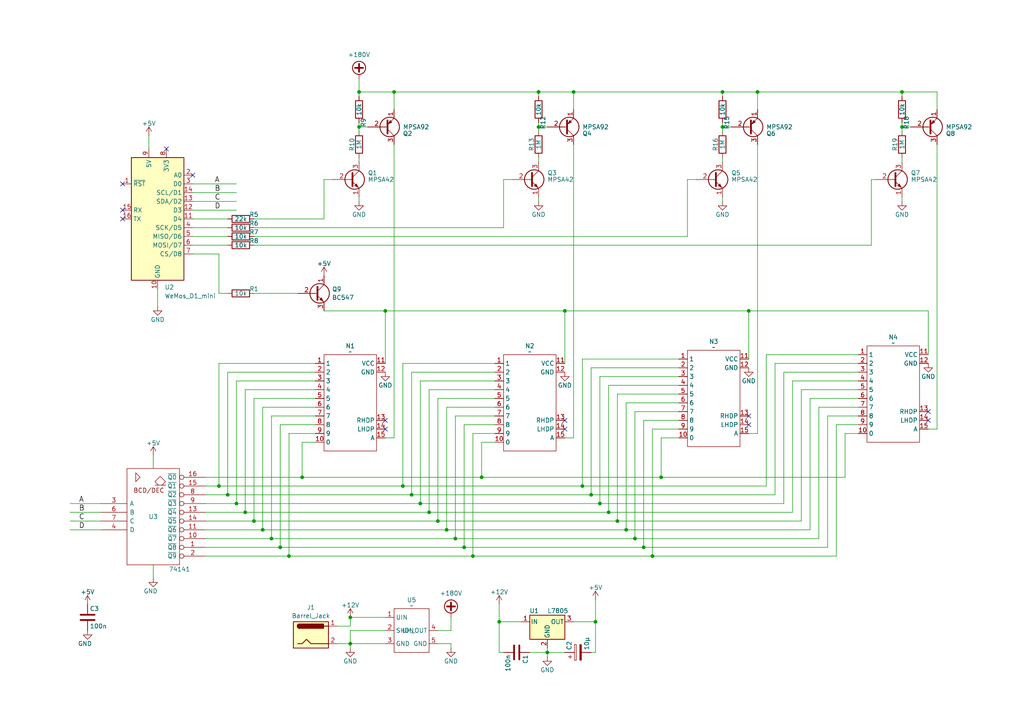
<source format=kicad_sch>
(kicad_sch (version 20231120) (generator "eeschema") (generator_version "8.0")
  (paper "A4")
  (lib_symbols
    (symbol "Connector:Barrel_Jack" (pin_names (offset 1.016))
      (property "Reference" "J" (at 0 5.334 0))
      (property "Value" "Barrel_Jack" (at 0 -5.08 0))
      (symbol "Barrel_Jack_0_1"
        (rectangle (start -5.08 3.81) (end 5.08 -3.81) (stroke (width 0.254)) (fill (type background)))
        (arc (start -3.302 3.175) (mid -3.9343 2.54) (end -3.302 1.905) (stroke (width 0.254)))
        (arc (start -3.302 3.175) (mid -3.9343 2.54) (end -3.302 1.905) (stroke (width 0.254)) (fill (type outline)))
        (polyline (pts (xy 5.08 2.54) (xy 3.81 2.54)) (stroke (width 0.254)))
        (polyline (pts (xy -3.81 -2.54) (xy -2.54 -2.54) (xy -1.27 -1.27) (xy 0 -2.54) (xy 2.54 -2.54) (xy 5.08 -2.54)) (stroke (width 0.254)))
        (rectangle (start 3.683 3.175) (end -3.302 1.905) (stroke (width 0.254)) (fill (type outline)))
      )
      (symbol "Barrel_Jack_1_1"
        (pin passive line (at 7.62 2.54 180) (length 2.54) (name "~") (number "1"))
        (pin passive line (at 7.62 -2.54 180) (length 2.54) (name "~") (number "2"))
      )
    )
    (symbol "MCU_Module:WeMos_D1_mini"
      (property "Reference" "U" (at 3.81 19.05 0))
      (property "Value" "WeMos_D1_mini" (at 1.27 -19.05 0))
      (symbol "WeMos_D1_mini_1_1"
        (rectangle (start -7.62 17.78) (end 7.62 -17.78) (stroke (width 0.254)) (fill (type background)))
        (pin input line (at -10.16 10.16 0) (length 2.54) (name "~{RST}") (number "1"))
        (pin power_in line (at 0 -20.32 90) (length 2.54) (name "GND") (number "10"))
        (pin bidirectional line (at 10.16 0 180) (length 2.54) (name "D4") (number "11"))
        (pin bidirectional line (at 10.16 2.54 180) (length 2.54) (name "D3") (number "12"))
        (pin bidirectional line (at 10.16 5.08 180) (length 2.54) (name "SDA/D2") (number "13"))
        (pin bidirectional line (at 10.16 7.62 180) (length 2.54) (name "SCL/D1") (number "14"))
        (pin input line (at -10.16 2.54 0) (length 2.54) (name "RX") (number "15"))
        (pin output line (at -10.16 0 0) (length 2.54) (name "TX") (number "16"))
        (pin input line (at 10.16 12.7 180) (length 2.54) (name "A0") (number "2"))
        (pin bidirectional line (at 10.16 10.16 180) (length 2.54) (name "D0") (number "3"))
        (pin bidirectional line (at 10.16 -2.54 180) (length 2.54) (name "SCK/D5") (number "4"))
        (pin bidirectional line (at 10.16 -5.08 180) (length 2.54) (name "MISO/D6") (number "5"))
        (pin bidirectional line (at 10.16 -7.62 180) (length 2.54) (name "MOSI/D7") (number "6"))
        (pin bidirectional line (at 10.16 -10.16 180) (length 2.54) (name "CS/D8") (number "7"))
        (pin power_out line (at 2.54 20.32 270) (length 2.54) (name "3V3") (number "8"))
        (pin power_in line (at -2.54 20.32 270) (length 2.54) (name "5V") (number "9"))
      )
    )
    (symbol "Transistor_BJT:BC547" (pin_names (offset 0) hide)
      (property "Reference" "Q" (at 5.08 1.905 0))
      (property "Value" "BC547" (at 5.08 0 0))
      (symbol "BC547_0_1"
        (polyline (pts (xy 0 0) (xy 0.635 0)))
        (polyline (pts (xy 0.635 0.635) (xy 2.54 2.54)))
        (polyline (pts (xy 0.635 -0.635) (xy 2.54 -2.54) (xy 2.54 -2.54)))
        (polyline (pts (xy 0.635 1.905) (xy 0.635 -1.905) (xy 0.635 -1.905)) (stroke (width 0.508)))
        (polyline (pts (xy 1.27 -1.778) (xy 1.778 -1.27) (xy 2.286 -2.286) (xy 1.27 -1.778) (xy 1.27 -1.778)) (fill (type outline)))
        (circle (center 1.27 0) (radius 2.8194) (stroke (width 0.254)))
      )
      (symbol "BC547_1_1"
        (pin passive line (at 2.54 5.08 270) (length 2.54) (name "C") (number "1"))
        (pin input line (at -5.08 0 0) (length 5.08) (name "B") (number "2"))
        (pin passive line (at 2.54 -5.08 90) (length 2.54) (name "E") (number "3"))
      )
    )
    (symbol "nixie_adapter:IN14_Socket"
      (property "Reference" "U" (at 0 1.27 0))
      (symbol "IN14_Socket_0_1"
        (rectangle (start -7.62 15.24) (end 7.62 -12.7))
      )
      (symbol "IN14_Socket_1_1"
        (pin input line (at -10.16 12.7 0) (length 2.54) (name "1") (number "1"))
        (pin input line (at -10.16 -10.16 0) (length 2.54) (name "0") (number "10"))
        (pin power_in line (at 10.16 12.7 180) (length 2.54) (name "VCC") (number "11"))
        (pin power_in line (at 10.16 10.16 180) (length 2.54) (name "GND") (number "12"))
        (pin input line (at 10.16 -3.81 180) (length 2.54) (name "RHDP") (number "13"))
        (pin input line (at 10.16 -6.35 180) (length 2.54) (name "LHDP") (number "14"))
        (pin input line (at 10.16 -8.89 180) (length 2.54) (name "A") (number "15"))
        (pin input line (at -10.16 10.16 0) (length 2.54) (name "2") (number "2"))
        (pin input line (at -10.16 7.62 0) (length 2.54) (name "3") (number "3"))
        (pin input line (at -10.16 5.08 0) (length 2.54) (name "4") (number "4"))
        (pin input line (at -10.16 2.54 0) (length 2.54) (name "5") (number "5"))
        (pin input line (at -10.16 0 0) (length 2.54) (name "6") (number "6"))
        (pin input line (at -10.16 -2.54 0) (length 2.54) (name "7") (number "7"))
        (pin input line (at -10.16 -5.08 0) (length 2.54) (name "8") (number "8"))
        (pin input line (at -10.16 -7.62 0) (length 2.54) (name "9") (number "9"))
      )
    )
    (symbol "nixieclock-rescue:+12V-nixieclock-rescue" (power) (pin_names (offset 0))
      (property "Value" "+12V-nixieclock-rescue" (at 0 3.556 0))
      (symbol "+12V-nixieclock-rescue_0_1"
        (polyline (pts (xy -0.762 1.27) (xy 0 2.54)))
        (polyline (pts (xy 0 0) (xy 0 2.54)))
        (polyline (pts (xy 0 2.54) (xy 0.762 1.27)))
      )
      (symbol "+12V-nixieclock-rescue_1_1"
        (pin power_in line (at 0 0 90) (length 0) hide (name "+12V") (number "1"))
      )
    )
    (symbol "nixieclock-rescue:+5V-nixieclock-rescue" (power) (pin_names (offset 0))
      (property "Value" "+5V-nixieclock-rescue" (at 0 3.556 0))
      (symbol "+5V-nixieclock-rescue_0_1"
        (polyline (pts (xy -0.762 1.27) (xy 0 2.54)))
        (polyline (pts (xy 0 0) (xy 0 2.54)))
        (polyline (pts (xy 0 2.54) (xy 0.762 1.27)))
      )
      (symbol "+5V-nixieclock-rescue_1_1"
        (pin power_in line (at 0 0 90) (length 0) hide (name "+5V") (number "1"))
      )
    )
    (symbol "nixieclock-rescue:74141-nixieclock-rescue" (pin_names (offset 0.762))
      (property "Reference" "U" (at 0 0 0))
      (property "Value" "74141-nixieclock-rescue" (at 7.62 -15.24 0))
      (symbol "74141-nixieclock-rescue_0_0"
        (polyline (pts (xy 3.556 9.144) (xy 3.048 9.144) (xy 3.048 9.144)))
        (polyline (pts (xy -5.08 12.7) (xy -5.08 10.16) (xy -3.81 11.43) (xy -5.08 12.7) (xy -5.08 12.7)))
        (polyline (pts (xy 2.54 9.144) (xy 3.556 10.16) (xy 2.032 11.684) (xy 0.508 10.16) (xy 1.524 9.144) (xy 0.508 9.144) (xy 3.556 9.144)))
        (text "BCD/DEC" (at -1.27 7.62 0) (effects (font (size 1.27 1.27))))
        (pin power_in line (at 0 -13.97 90) (length 0) hide (name "GND") (number "12"))
        (pin power_in line (at 0 13.97 270) (length 0) hide (name "VCC") (number "5"))
      )
      (symbol "74141-nixieclock-rescue_0_1"
        (rectangle (start -7.62 13.97) (end 7.62 -13.97))
      )
      (symbol "74141-nixieclock-rescue_1_1"
        (pin open_collector inverted (at 15.24 -8.89 180) (length 7.62) (name "~{Q8}") (number "1"))
        (pin open_collector inverted (at 15.24 -6.35 180) (length 7.62) (name "~{Q7}") (number "10"))
        (pin open_collector inverted (at 15.24 -3.81 180) (length 7.62) (name "~{Q6}") (number "11"))
        (pin open_collector inverted (at 15.24 1.27 180) (length 7.62) (name "~{Q4}") (number "13"))
        (pin open_collector inverted (at 15.24 -1.27 180) (length 7.62) (name "~{Q5}") (number "14"))
        (pin open_collector inverted (at 15.24 8.89 180) (length 7.62) (name "~{Q1}") (number "15"))
        (pin open_collector inverted (at 15.24 11.43 180) (length 7.62) (name "~{Q0}") (number "16"))
        (pin open_collector inverted (at 15.24 -11.43 180) (length 7.62) (name "~{Q9}") (number "2"))
        (pin input line (at -15.24 3.81 0) (length 7.62) (name "A") (number "3"))
        (pin input line (at -15.24 -3.81 0) (length 7.62) (name "D") (number "4"))
        (pin input line (at -15.24 1.27 0) (length 7.62) (name "B") (number "6"))
        (pin input line (at -15.24 -1.27 0) (length 7.62) (name "C") (number "7"))
        (pin open_collector inverted (at 15.24 6.35 180) (length 7.62) (name "~{Q2}") (number "8"))
        (pin open_collector inverted (at 15.24 3.81 180) (length 7.62) (name "~{Q3}") (number "9"))
      )
    )
    (symbol "nixieclock-rescue:C-nixieclock-rescue" (pin_numbers hide) (pin_names (offset 0.254))
      (property "Reference" "C" (at 0.635 2.54 0))
      (property "Value" "C-nixieclock-rescue" (at 0.635 -2.54 0))
      (symbol "C-nixieclock-rescue_0_1"
        (polyline (pts (xy -2.032 -0.762) (xy 2.032 -0.762)) (stroke (width 0.508)))
        (polyline (pts (xy -2.032 0.762) (xy 2.032 0.762)) (stroke (width 0.508)))
      )
      (symbol "C-nixieclock-rescue_1_1"
        (pin passive line (at 0 3.81 270) (length 2.794) (name "~") (number "1"))
        (pin passive line (at 0 -3.81 90) (length 2.794) (name "~") (number "2"))
      )
    )
    (symbol "nixieclock-rescue:CP-nixieclock-rescue" (pin_numbers hide) (pin_names (offset 0.254))
      (property "Reference" "C" (at 0.635 2.54 0))
      (property "Value" "CP-nixieclock-rescue" (at 0.635 -2.54 0))
      (symbol "CP-nixieclock-rescue_0_1"
        (rectangle (start -2.286 0.508) (end -2.286 1.016))
        (rectangle (start -2.286 0.508) (end 2.286 0.508))
        (polyline (pts (xy -1.778 2.286) (xy -0.762 2.286)))
        (polyline (pts (xy -1.27 2.794) (xy -1.27 1.778)))
        (rectangle (start 2.286 -0.508) (end -2.286 -1.016) (fill (type outline)))
        (rectangle (start 2.286 1.016) (end -2.286 1.016))
        (rectangle (start 2.286 1.016) (end 2.286 0.508))
      )
      (symbol "CP-nixieclock-rescue_1_1"
        (pin passive line (at 0 3.81 270) (length 2.794) (name "~") (number "1"))
        (pin passive line (at 0 -3.81 90) (length 2.794) (name "~") (number "2"))
      )
    )
    (symbol "nixieclock-rescue:GND-nixieclock-rescue" (power) (pin_names (offset 0))
      (property "Value" "GND-nixieclock-rescue" (at 0 -3.81 0))
      (symbol "GND-nixieclock-rescue_0_1"
        (polyline (pts (xy 0 0) (xy 0 -1.27) (xy 1.27 -1.27) (xy 0 -2.54) (xy -1.27 -1.27) (xy 0 -1.27)))
      )
      (symbol "GND-nixieclock-rescue_1_1"
        (pin power_in line (at 0 0 270) (length 0) hide (name "GND") (number "1"))
      )
    )
    (symbol "nixieclock-rescue:L7805-nixieclock-rescue" (pin_names (offset 0.254))
      (property "Reference" "U" (at -3.81 3.175 0))
      (property "Value" "L7805-nixieclock-rescue" (at 0 3.175 0))
      (symbol "L7805-nixieclock-rescue_0_1"
        (rectangle (start -5.08 1.905) (end 5.08 -5.08) (stroke (width 0.254)) (fill (type background)))
      )
      (symbol "L7805-nixieclock-rescue_1_1"
        (pin power_in line (at -7.62 0 0) (length 2.54) (name "IN") (number "1"))
        (pin power_in line (at 0 -7.62 90) (length 2.54) (name "GND") (number "2"))
        (pin power_out line (at 7.62 0 180) (length 2.54) (name "OUT") (number "3"))
      )
    )
    (symbol "nixieclock-rescue:MPSA42-nixieclock-rescue" (pin_names (offset 1.016) hide)
      (property "Reference" "Q" (at 5.08 1.905 0))
      (property "Value" "MPSA42-nixieclock-rescue" (at 5.08 0 0))
      (symbol "MPSA42-nixieclock-rescue_0_1"
        (polyline (pts (xy 0 0) (xy 0.635 0)))
        (polyline (pts (xy 0.635 0.635) (xy 2.54 2.54)))
        (polyline (pts (xy 0.635 -0.635) (xy 2.54 -2.54) (xy 2.54 -2.54)))
        (polyline (pts (xy 0.635 1.905) (xy 0.635 -1.905) (xy 0.635 -1.905)) (stroke (width 0.508)))
        (polyline (pts (xy 1.27 -1.778) (xy 1.778 -1.27) (xy 2.286 -2.286) (xy 1.27 -1.778) (xy 1.27 -1.778)) (fill (type outline)))
        (circle (center 1.27 0) (radius 2.8194) (stroke (width 0.254)))
      )
      (symbol "MPSA42-nixieclock-rescue_1_1"
        (pin passive line (at 2.54 -5.08 90) (length 2.54) (name "E") (number "1"))
        (pin input line (at -5.08 0 0) (length 5.08) (name "B") (number "2"))
        (pin passive line (at 2.54 5.08 270) (length 2.54) (name "C") (number "3"))
      )
    )
    (symbol "nixieclock-rescue:MPSA92-nixieclock-rescue" (pin_names (offset 1.016) hide)
      (property "Reference" "Q" (at 5.08 1.905 0))
      (property "Value" "MPSA92-nixieclock-rescue" (at 5.08 0 0))
      (symbol "MPSA92-nixieclock-rescue_0_1"
        (polyline (pts (xy 0 0) (xy 0.635 0)))
        (polyline (pts (xy 2.54 -2.54) (xy 0.635 -0.635)))
        (polyline (pts (xy 2.54 2.54) (xy 0.635 0.635)))
        (polyline (pts (xy 0.635 1.905) (xy 0.635 -1.905) (xy 0.635 -1.905)) (stroke (width 0.508)) (fill (type outline)))
        (polyline (pts (xy 1.397 -1.905) (xy 1.905 -1.397) (xy 0.889 -0.889) (xy 1.397 -1.905) (xy 1.397 -1.905)) (fill (type outline)))
        (circle (center 1.27 0) (radius 2.8194) (stroke (width 0.254)))
      )
      (symbol "MPSA92-nixieclock-rescue_1_1"
        (pin passive line (at 2.54 -5.08 90) (length 2.54) (name "E") (number "1"))
        (pin input line (at -5.08 0 0) (length 5.08) (name "B") (number "2"))
        (pin passive line (at 2.54 5.08 270) (length 2.54) (name "C") (number "3"))
      )
    )
    (symbol "nixieclock-rescue:R-nixieclock-rescue" (pin_numbers hide) (pin_names (offset 0))
      (property "Reference" "R" (at 2.032 0 90))
      (property "Value" "R-nixieclock-rescue" (at 0 0 90))
      (symbol "R-nixieclock-rescue_0_1"
        (rectangle (start -1.016 -2.54) (end 1.016 2.54) (stroke (width 0.254)))
      )
      (symbol "R-nixieclock-rescue_1_1"
        (pin passive line (at 0 3.81 270) (length 1.27) (name "~") (number "1"))
        (pin passive line (at 0 -3.81 90) (length 1.27) (name "~") (number "2"))
      )
    )
    (symbol "nixieclock:NCH6100HV"
      (property "Reference" "U" (at 0 0 0))
      (symbol "NCH6100HV_0_1"
        (rectangle (start -5.08 6.35) (end 5.08 -6.35))
      )
      (symbol "NCH6100HV_1_0"
        (pin power_in line (at -7.62 3.81 0) (length 2.54) (name "UIN") (number "1"))
        (pin input line (at -7.62 0 0) (length 2.54) (name "SHDN") (number "2"))
        (pin power_in line (at -7.62 -3.81 0) (length 2.54) (name "GND") (number "3"))
        (pin power_out line (at 7.62 0 180) (length 2.54) (name "UH_OUT") (number "4"))
        (pin power_in line (at 7.62 -3.81 180) (length 2.54) (name "GND") (number "5"))
      )
    )
    (symbol "power:+VDC" (power) (pin_names (offset 0))
      (property "Value" "+VDC" (at 0 6.35 0))
      (symbol "+VDC_0_1"
        (polyline (pts (xy -1.143 3.175) (xy 1.143 3.175)) (stroke (width 0.508)))
        (polyline (pts (xy 0 0) (xy 0 1.27)))
        (polyline (pts (xy 0 2.032) (xy 0 4.318)) (stroke (width 0.508)))
        (circle (center 0 3.175) (radius 1.905) (stroke (width 0.254)))
      )
      (symbol "+VDC_1_1"
        (pin power_in line (at 0 0 90) (length 0) hide (name "+VDC") (number "1"))
      )
    )
  )
  (junction (at 129.54 153.67))
  (junction (at 176.53 148.59))
  (junction (at 111.76 90.17))
  (junction (at 66.04 143.51))
  (junction (at 179.07 151.13))
  (junction (at 68.58 146.05))
  (junction (at 156.21 26.67))
  (junction (at 209.55 36.83))
  (junction (at 71.12 148.59))
  (junction (at 191.77 138.43))
  (junction (at 158.75 189.23))
  (junction (at 166.37 26.67))
  (junction (at 121.92 146.05))
  (junction (at 127 151.13))
  (junction (at 101.6 179.07))
  (junction (at 114.3 26.67))
  (junction (at 261.62 26.67))
  (junction (at 168.91 140.97))
  (junction (at 76.2 153.67))
  (junction (at 184.15 156.21))
  (junction (at 137.16 161.29))
  (junction (at 172.72 180.34))
  (junction (at 181.61 153.67))
  (junction (at 134.62 158.75))
  (junction (at 219.71 26.67))
  (junction (at 186.69 158.75))
  (junction (at 139.7 138.43))
  (junction (at 217.17 90.17))
  (junction (at 87.63 138.43))
  (junction (at 124.46 148.59))
  (junction (at 163.83 90.17))
  (junction (at 116.84 140.97))
  (junction (at 171.45 143.51))
  (junction (at 173.99 146.05))
  (junction (at 132.08 156.21))
  (junction (at 261.62 36.83))
  (junction (at 119.38 143.51))
  (junction (at 104.14 36.83))
  (junction (at 144.78 180.34))
  (junction (at 104.14 26.67))
  (junction (at 63.5 140.97))
  (junction (at 78.74 156.21))
  (junction (at 156.21 36.83))
  (junction (at 101.6 186.69))
  (junction (at 83.82 161.29))
  (junction (at 189.23 161.29))
  (junction (at 81.28 158.75))
  (junction (at 73.66 151.13))
  (junction (at 209.55 26.67))
  (no_connect (at 35.56 60.96))
  (no_connect (at 35.56 63.5))
  (no_connect (at 55.88 50.8))
  (no_connect (at 35.56 53.34))
  (no_connect (at 163.83 121.92))
  (no_connect (at 269.24 119.38))
  (no_connect (at 48.26 43.18))
  (no_connect (at 111.76 124.46))
  (no_connect (at 217.17 123.19))
  (no_connect (at 269.24 121.92))
  (no_connect (at 163.83 124.46))
  (no_connect (at 111.76 121.92))
  (no_connect (at 217.17 120.65))
  (wire (pts (xy 129.54 118.11) (xy 129.54 153.67)))
  (wire (pts (xy 240.03 120.65) (xy 248.92 120.65)))
  (wire (pts (xy 144.78 180.34) (xy 144.78 189.23)))
  (wire (pts (xy 132.08 120.65) (xy 132.08 156.21)))
  (wire (pts (xy 66.04 107.95) (xy 66.04 143.51)))
  (wire (pts (xy 196.85 121.92) (xy 186.69 121.92)))
  (wire (pts (xy 261.62 57.15) (xy 261.62 58.42)))
  (wire (pts (xy 59.69 138.43) (xy 87.63 138.43)))
  (wire (pts (xy 240.03 158.75) (xy 240.03 120.65)))
  (wire (pts (xy 134.62 158.75) (xy 186.69 158.75)))
  (wire (pts (xy 45.72 83.82) (xy 45.72 88.9)))
  (wire (pts (xy 222.25 102.87) (xy 248.92 102.87)))
  (wire (pts (xy 189.23 161.29) (xy 137.16 161.29)))
  (wire (pts (xy 104.14 27.94) (xy 104.14 26.67)))
  (wire (pts (xy 143.51 105.41) (xy 116.84 105.41)))
  (wire (pts (xy 132.08 156.21) (xy 184.15 156.21)))
  (wire (pts (xy 173.99 146.05) (xy 227.33 146.05)))
  (wire (pts (xy 63.5 73.66) (xy 63.5 85.09)))
  (wire (pts (xy 143.51 123.19) (xy 134.62 123.19)))
  (wire (pts (xy 111.76 90.17) (xy 163.83 90.17)))
  (wire (pts (xy 91.44 118.11) (xy 76.2 118.11)))
  (wire (pts (xy 73.66 85.09) (xy 86.36 85.09)))
  (wire (pts (xy 156.21 36.83) (xy 156.21 38.1)))
  (wire (pts (xy 224.79 105.41) (xy 248.92 105.41)))
  (wire (pts (xy 179.07 114.3) (xy 179.07 151.13)))
  (wire (pts (xy 29.21 153.67) (xy 20.32 153.67)))
  (wire (pts (xy 143.51 115.57) (xy 127 115.57)))
  (wire (pts (xy 248.92 110.49) (xy 229.87 110.49)))
  (wire (pts (xy 191.77 138.43) (xy 245.11 138.43)))
  (wire (pts (xy 73.66 71.12) (xy 252.73 71.12)))
  (wire (pts (xy 143.51 125.73) (xy 137.16 125.73)))
  (wire (pts (xy 144.78 175.26) (xy 144.78 180.34)))
  (wire (pts (xy 264.16 36.83) (xy 261.62 36.83)))
  (wire (pts (xy 121.92 146.05) (xy 173.99 146.05)))
  (wire (pts (xy 114.3 26.67) (xy 156.21 26.67)))
  (wire (pts (xy 93.98 52.07) (xy 96.52 52.07)))
  (wire (pts (xy 146.05 52.07) (xy 148.59 52.07)))
  (wire (pts (xy 242.57 123.19) (xy 242.57 161.29)))
  (wire (pts (xy 234.95 153.67) (xy 181.61 153.67)))
  (wire (pts (xy 171.45 143.51) (xy 224.79 143.51)))
  (wire (pts (xy 261.62 45.72) (xy 261.62 46.99)))
  (wire (pts (xy 97.79 186.69) (xy 101.6 186.69)))
  (wire (pts (xy 237.49 156.21) (xy 237.49 118.11)))
  (wire (pts (xy 173.99 109.22) (xy 173.99 146.05)))
  (wire (pts (xy 163.83 127) (xy 166.37 127)))
  (wire (pts (xy 196.85 111.76) (xy 176.53 111.76)))
  (wire (pts (xy 163.83 90.17) (xy 163.83 105.41)))
  (wire (pts (xy 172.72 173.99) (xy 172.72 180.34)))
  (wire (pts (xy 55.88 63.5) (xy 66.04 63.5)))
  (wire (pts (xy 127 186.69) (xy 130.81 186.69)))
  (wire (pts (xy 179.07 151.13) (xy 232.41 151.13)))
  (wire (pts (xy 156.21 45.72) (xy 156.21 46.99)))
  (wire (pts (xy 91.44 125.73) (xy 83.82 125.73)))
  (wire (pts (xy 143.51 120.65) (xy 132.08 120.65)))
  (wire (pts (xy 104.14 45.72) (xy 104.14 46.99)))
  (wire (pts (xy 63.5 105.41) (xy 63.5 140.97)))
  (wire (pts (xy 153.67 189.23) (xy 158.75 189.23)))
  (wire (pts (xy 91.44 110.49) (xy 68.58 110.49)))
  (wire (pts (xy 119.38 107.95) (xy 119.38 143.51)))
  (wire (pts (xy 73.66 68.58) (xy 199.39 68.58)))
  (wire (pts (xy 224.79 143.51) (xy 224.79 105.41)))
  (wire (pts (xy 101.6 179.07) (xy 111.76 179.07)))
  (wire (pts (xy 209.55 26.67) (xy 219.71 26.67)))
  (wire (pts (xy 73.66 66.04) (xy 146.05 66.04)))
  (wire (pts (xy 121.92 110.49) (xy 121.92 146.05)))
  (wire (pts (xy 78.74 120.65) (xy 78.74 156.21)))
  (wire (pts (xy 196.85 114.3) (xy 179.07 114.3)))
  (wire (pts (xy 219.71 125.73) (xy 217.17 125.73)))
  (wire (pts (xy 269.24 90.17) (xy 269.24 102.87)))
  (wire (pts (xy 73.66 63.5) (xy 93.98 63.5)))
  (wire (pts (xy 68.58 146.05) (xy 121.92 146.05)))
  (wire (pts (xy 199.39 68.58) (xy 199.39 52.07)))
  (wire (pts (xy 209.55 45.72) (xy 209.55 46.99)))
  (wire (pts (xy 104.14 26.67) (xy 104.14 22.86)))
  (wire (pts (xy 171.45 189.23) (xy 172.72 189.23)))
  (wire (pts (xy 143.51 113.03) (xy 124.46 113.03)))
  (wire (pts (xy 196.85 104.14) (xy 168.91 104.14)))
  (wire (pts (xy 127 151.13) (xy 179.07 151.13)))
  (wire (pts (xy 81.28 158.75) (xy 134.62 158.75)))
  (wire (pts (xy 114.3 26.67) (xy 114.3 31.75)))
  (wire (pts (xy 176.53 148.59) (xy 124.46 148.59)))
  (wire (pts (xy 186.69 158.75) (xy 240.03 158.75)))
  (wire (pts (xy 101.6 181.61) (xy 101.6 179.07)))
  (wire (pts (xy 217.17 90.17) (xy 269.24 90.17)))
  (wire (pts (xy 73.66 151.13) (xy 127 151.13)))
  (wire (pts (xy 219.71 26.67) (xy 219.71 31.75)))
  (wire (pts (xy 101.6 182.88) (xy 101.6 186.69)))
  (wire (pts (xy 184.15 119.38) (xy 184.15 156.21)))
  (wire (pts (xy 189.23 124.46) (xy 189.23 161.29)))
  (wire (pts (xy 209.55 27.94) (xy 209.55 26.67)))
  (wire (pts (xy 196.85 109.22) (xy 173.99 109.22)))
  (wire (pts (xy 186.69 121.92) (xy 186.69 158.75)))
  (wire (pts (xy 104.14 35.56) (xy 104.14 36.83)))
  (wire (pts (xy 269.24 124.46) (xy 271.78 124.46)))
  (wire (pts (xy 166.37 41.91) (xy 166.37 127)))
  (wire (pts (xy 227.33 146.05) (xy 227.33 107.95)))
  (wire (pts (xy 130.81 186.69) (xy 130.81 187.96)))
  (wire (pts (xy 111.76 90.17) (xy 111.76 105.41)))
  (wire (pts (xy 172.72 189.23) (xy 172.72 180.34)))
  (wire (pts (xy 134.62 123.19) (xy 134.62 158.75)))
  (wire (pts (xy 20.32 148.59) (xy 29.21 148.59)))
  (wire (pts (xy 93.98 90.17) (xy 111.76 90.17)))
  (wire (pts (xy 71.12 148.59) (xy 59.69 148.59)))
  (wire (pts (xy 129.54 153.67) (xy 76.2 153.67)))
  (wire (pts (xy 252.73 52.07) (xy 254 52.07)))
  (wire (pts (xy 245.11 125.73) (xy 248.92 125.73)))
  (wire (pts (xy 209.55 36.83) (xy 209.55 38.1)))
  (wire (pts (xy 237.49 118.11) (xy 248.92 118.11)))
  (wire (pts (xy 130.81 179.07) (xy 130.81 182.88)))
  (wire (pts (xy 66.04 143.51) (xy 119.38 143.51)))
  (wire (pts (xy 144.78 180.34) (xy 151.13 180.34)))
  (wire (pts (xy 55.88 60.96) (xy 68.58 60.96)))
  (wire (pts (xy 209.55 35.56) (xy 209.55 36.83)))
  (wire (pts (xy 232.41 113.03) (xy 248.92 113.03)))
  (wire (pts (xy 59.69 151.13) (xy 73.66 151.13)))
  (wire (pts (xy 111.76 182.88) (xy 101.6 182.88)))
  (wire (pts (xy 63.5 140.97) (xy 116.84 140.97)))
  (wire (pts (xy 163.83 90.17) (xy 217.17 90.17)))
  (wire (pts (xy 55.88 68.58) (xy 66.04 68.58)))
  (wire (pts (xy 44.45 163.83) (xy 44.45 167.64)))
  (wire (pts (xy 81.28 123.19) (xy 81.28 158.75)))
  (wire (pts (xy 158.75 189.23) (xy 163.83 189.23)))
  (wire (pts (xy 181.61 116.84) (xy 181.61 153.67)))
  (wire (pts (xy 83.82 125.73) (xy 83.82 161.29)))
  (wire (pts (xy 143.51 110.49) (xy 121.92 110.49)))
  (wire (pts (xy 55.88 66.04) (xy 66.04 66.04)))
  (wire (pts (xy 91.44 115.57) (xy 73.66 115.57)))
  (wire (pts (xy 166.37 180.34) (xy 172.72 180.34)))
  (wire (pts (xy 87.63 128.27) (xy 87.63 138.43)))
  (wire (pts (xy 29.21 151.13) (xy 20.32 151.13)))
  (wire (pts (xy 116.84 105.41) (xy 116.84 140.97)))
  (wire (pts (xy 199.39 52.07) (xy 201.93 52.07)))
  (wire (pts (xy 91.44 120.65) (xy 78.74 120.65)))
  (wire (pts (xy 104.14 36.83) (xy 104.14 38.1)))
  (wire (pts (xy 87.63 138.43) (xy 139.7 138.43)))
  (wire (pts (xy 227.33 107.95) (xy 248.92 107.95)))
  (wire (pts (xy 252.73 71.12) (xy 252.73 52.07)))
  (wire (pts (xy 248.92 115.57) (xy 234.95 115.57)))
  (wire (pts (xy 127 182.88) (xy 130.81 182.88)))
  (wire (pts (xy 137.16 161.29) (xy 83.82 161.29)))
  (wire (pts (xy 104.14 57.15) (xy 104.14 58.42)))
  (wire (pts (xy 166.37 26.67) (xy 166.37 31.75)))
  (wire (pts (xy 191.77 127) (xy 191.77 138.43)))
  (wire (pts (xy 97.79 181.61) (xy 101.6 181.61)))
  (wire (pts (xy 55.88 73.66) (xy 63.5 73.66)))
  (wire (pts (xy 71.12 113.03) (xy 71.12 148.59)))
  (wire (pts (xy 143.51 128.27) (xy 139.7 128.27)))
  (wire (pts (xy 91.44 107.95) (xy 66.04 107.95)))
  (wire (pts (xy 143.51 107.95) (xy 119.38 107.95)))
  (wire (pts (xy 111.76 127) (xy 114.3 127)))
  (wire (pts (xy 106.68 36.83) (xy 104.14 36.83)))
  (wire (pts (xy 59.69 143.51) (xy 66.04 143.51)))
  (wire (pts (xy 127 115.57) (xy 127 151.13)))
  (wire (pts (xy 76.2 153.67) (xy 59.69 153.67)))
  (wire (pts (xy 158.75 189.23) (xy 158.75 187.96)))
  (wire (pts (xy 78.74 156.21) (xy 132.08 156.21)))
  (wire (pts (xy 139.7 138.43) (xy 191.77 138.43)))
  (wire (pts (xy 59.69 156.21) (xy 78.74 156.21)))
  (wire (pts (xy 143.51 118.11) (xy 129.54 118.11)))
  (wire (pts (xy 261.62 26.67) (xy 271.78 26.67)))
  (wire (pts (xy 93.98 52.07) (xy 93.98 63.5)))
  (wire (pts (xy 104.14 26.67) (xy 114.3 26.67)))
  (wire (pts (xy 101.6 186.69) (xy 101.6 187.96)))
  (wire (pts (xy 144.78 189.23) (xy 146.05 189.23)))
  (wire (pts (xy 91.44 113.03) (xy 71.12 113.03)))
  (wire (pts (xy 242.57 161.29) (xy 189.23 161.29)))
  (wire (pts (xy 209.55 57.15) (xy 209.55 58.42)))
  (wire (pts (xy 68.58 110.49) (xy 68.58 146.05)))
  (wire (pts (xy 196.85 127) (xy 191.77 127)))
  (wire (pts (xy 124.46 148.59) (xy 71.12 148.59)))
  (wire (pts (xy 91.44 128.27) (xy 87.63 128.27)))
  (wire (pts (xy 261.62 27.94) (xy 261.62 26.67)))
  (wire (pts (xy 59.69 146.05) (xy 68.58 146.05)))
  (wire (pts (xy 156.21 27.94) (xy 156.21 26.67)))
  (wire (pts (xy 217.17 90.17) (xy 217.17 104.14)))
  (wire (pts (xy 83.82 161.29) (xy 59.69 161.29)))
  (wire (pts (xy 73.66 115.57) (xy 73.66 151.13)))
  (wire (pts (xy 181.61 153.67) (xy 129.54 153.67)))
  (wire (pts (xy 271.78 26.67) (xy 271.78 31.75)))
  (wire (pts (xy 76.2 118.11) (xy 76.2 153.67)))
  (wire (pts (xy 229.87 148.59) (xy 176.53 148.59)))
  (wire (pts (xy 222.25 140.97) (xy 222.25 102.87)))
  (wire (pts (xy 158.75 36.83) (xy 156.21 36.83)))
  (wire (pts (xy 91.44 105.41) (xy 63.5 105.41)))
  (wire (pts (xy 156.21 26.67) (xy 166.37 26.67)))
  (wire (pts (xy 196.85 116.84) (xy 181.61 116.84)))
  (wire (pts (xy 44.45 132.08) (xy 44.45 135.89)))
  (wire (pts (xy 219.71 41.91) (xy 219.71 125.73)))
  (wire (pts (xy 171.45 106.68) (xy 171.45 143.51)))
  (wire (pts (xy 101.6 186.69) (xy 111.76 186.69)))
  (wire (pts (xy 248.92 123.19) (xy 242.57 123.19)))
  (wire (pts (xy 116.84 140.97) (xy 168.91 140.97)))
  (wire (pts (xy 184.15 156.21) (xy 237.49 156.21)))
  (wire (pts (xy 166.37 26.67) (xy 209.55 26.67)))
  (wire (pts (xy 245.11 138.43) (xy 245.11 125.73)))
  (wire (pts (xy 232.41 151.13) (xy 232.41 113.03)))
  (wire (pts (xy 59.69 158.75) (xy 81.28 158.75)))
  (wire (pts (xy 29.21 146.05) (xy 20.32 146.05)))
  (wire (pts (xy 146.05 66.04) (xy 146.05 52.07)))
  (wire (pts (xy 168.91 104.14) (xy 168.91 140.97)))
  (wire (pts (xy 212.09 36.83) (xy 209.55 36.83)))
  (wire (pts (xy 124.46 113.03) (xy 124.46 148.59)))
  (wire (pts (xy 59.69 140.97) (xy 63.5 140.97)))
  (wire (pts (xy 139.7 128.27) (xy 139.7 138.43)))
  (wire (pts (xy 196.85 119.38) (xy 184.15 119.38)))
  (wire (pts (xy 261.62 35.56) (xy 261.62 36.83)))
  (wire (pts (xy 55.88 58.42) (xy 68.58 58.42)))
  (wire (pts (xy 219.71 26.67) (xy 261.62 26.67)))
  (wire (pts (xy 114.3 41.91) (xy 114.3 127)))
  (wire (pts (xy 119.38 143.51) (xy 171.45 143.51)))
  (wire (pts (xy 55.88 55.88) (xy 68.58 55.88)))
  (wire (pts (xy 168.91 140.97) (xy 222.25 140.97)))
  (wire (pts (xy 55.88 53.34) (xy 68.58 53.34)))
  (wire (pts (xy 43.18 39.37) (xy 43.18 43.18)))
  (wire (pts (xy 156.21 35.56) (xy 156.21 36.83)))
  (wire (pts (xy 196.85 124.46) (xy 189.23 124.46)))
  (wire (pts (xy 55.88 71.12) (xy 66.04 71.12)))
  (wire (pts (xy 158.75 190.5) (xy 158.75 189.23)))
  (wire (pts (xy 234.95 115.57) (xy 234.95 153.67)))
  (wire (pts (xy 156.21 57.15) (xy 156.21 58.42)))
  (wire (pts (xy 196.85 106.68) (xy 171.45 106.68)))
  (wire (pts (xy 176.53 111.76) (xy 176.53 148.59)))
  (wire (pts (xy 63.5 85.09) (xy 66.04 85.09)))
  (wire (pts (xy 137.16 125.73) (xy 137.16 161.29)))
  (wire (pts (xy 271.78 41.91) (xy 271.78 124.46)))
  (wire (pts (xy 261.62 36.83) (xy 261.62 38.1)))
  (wire (pts (xy 91.44 123.19) (xy 81.28 123.19)))
  (wire (pts (xy 229.87 110.49) (xy 229.87 148.59)))
  (label "B" (at 62.23 55.88 0) (effects (font (size 1.524 1.524))))
  (label "A" (at 62.23 53.34 0) (effects (font (size 1.524 1.524))))
  (label "B" (at 22.86 148.59 0) (effects (font (size 1.524 1.524))))
  (label "D" (at 62.23 60.96 0) (effects (font (size 1.524 1.524))))
  (label "C" (at 22.86 151.13 0) (effects (font (size 1.524 1.524))))
  (label "D" (at 22.86 153.67 0) (effects (font (size 1.524 1.524))))
  (label "C" (at 62.23 58.42 0) (effects (font (size 1.524 1.524))))
  (label "A" (at 22.86 146.05 0) (effects (font (size 1.524 1.524))))
  (symbol (lib_id "nixieclock-rescue:74141-nixieclock-rescue") (at 44.45 149.86 0) (unit 1)
    (property "Reference" "U3" (at 44.45 149.86 0))
    (property "Value" "74141" (at 52.07 165.1 0))
    (property "Footprint" "Package_DIP:DIP-16_W7.62mm_LongPads" (effects (hide yes)))
  )
  (symbol (lib_id "nixieclock-rescue:L7805-nixieclock-rescue") (at 158.75 180.34 0) (unit 1)
    (property "Reference" "U1" (at 154.94 177.165 0))
    (property "Value" "L7805" (at 158.75 177.165 0) (effects (justify left)))
    (property "Footprint" "Package_TO_SOT_THT:TO-220-3_Vertical" (effects (hide yes)))
    (property "Sim.Library" "spice/regulators.lib" (effects (hide yes)))
    (property "Sim.Name" "LM7805" (effects (hide yes)))
    (property "Sim.Device" "SUBCKT" (effects (hide yes)))
    (property "Sim.Pins" "1=1 2=2 3=3" (effects (hide yes)))
  )
  (symbol (lib_id "nixieclock-rescue:GND-nixieclock-rescue") (at 158.75 190.5 0) (unit 1)
    (property "Reference" "#PWR04" (effects (hide yes)))
    (property "Value" "GND" (at 158.75 194.31 0))
  )
  (symbol (lib_id "nixieclock-rescue:+12V-nixieclock-rescue") (at 144.78 175.26 0) (unit 1)
    (property "Reference" "#PWR01" (effects (hide yes)))
    (property "Value" "+12V" (at 144.78 171.704 0))
  )
  (symbol (lib_id "nixieclock-rescue:+5V-nixieclock-rescue") (at 172.72 173.99 0) (unit 1)
    (property "Reference" "#PWR05" (effects (hide yes)))
    (property "Value" "+5V" (at 172.72 170.434 0))
  )
  (symbol (lib_id "nixieclock-rescue:MPSA42-nixieclock-rescue") (at 101.6 52.07 0) (unit 1)
    (property "Reference" "Q1" (at 106.68 50.165 0) (effects (justify left)))
    (property "Value" "MPSA42" (at 106.68 52.07 0) (effects (justify left)))
    (property "Footprint" "Package_TO_SOT_THT:TO-92_HandSolder" (effects (hide yes)))
    (property "Sim.Library" "spice/MPSA42.LIB" (effects (hide yes)))
    (property "Sim.Name" "MPSA42" (effects (hide yes)))
    (property "Sim.Device" "NPN" (effects (hide yes)))
    (property "Sim.Type" "GUMMELPOON" (effects (hide yes)))
    (property "Sim.Pins" "1=C 2=B 3=E" (effects (hide yes)))
  )
  (symbol (lib_id "nixieclock-rescue:R-nixieclock-rescue") (at 69.85 63.5 270) (unit 1)
    (property "Reference" "R5" (at 73.66 62.23 90))
    (property "Value" "22k" (at 69.85 63.5 90))
    (property "Footprint" "Resistor_THT:R_Axial_DIN0204_L3.6mm_D1.6mm_P5.08mm_Horizontal" (effects (hide yes)))
    (property "Description" "Must be higher than the internal pullup of the es8266 (10k)" (effects (hide yes)))
  )
  (symbol (lib_id "nixieclock-rescue:R-nixieclock-rescue") (at 104.14 41.91 180) (unit 1)
    (property "Reference" "R10" (at 102.108 41.91 90))
    (property "Value" "1M" (at 104.14 41.91 90))
    (property "Footprint" "Resistor_THT:R_Axial_DIN0204_L3.6mm_D1.6mm_P5.08mm_Horizontal" (effects (hide yes)))
  )
  (symbol (lib_id "nixieclock-rescue:MPSA92-nixieclock-rescue") (at 111.76 36.83 0) (mirror x) (unit 1)
    (property "Reference" "Q2" (at 116.84 38.735 0) (effects (justify left)))
    (property "Value" "MPSA92" (at 116.84 36.83 0) (effects (justify left)))
    (property "Footprint" "Package_TO_SOT_THT:TO-92_HandSolder" (effects (hide yes)))
    (property "Sim.Library" "spice/MPSA92.LIB" (effects (hide yes)))
    (property "Sim.Name" "MPSA92" (effects (hide yes)))
    (property "Sim.Device" "PNP" (effects (hide yes)))
    (property "Sim.Type" "GUMMELPOON" (effects (hide yes)))
    (property "Sim.Pins" "1=C 2=B 3=E" (effects (hide yes)))
  )
  (symbol (lib_id "nixieclock-rescue:GND-nixieclock-rescue") (at 104.14 58.42 0) (unit 1)
    (property "Reference" "#PWR011" (effects (hide yes)))
    (property "Value" "GND" (at 104.14 62.23 0))
  )
  (symbol (lib_id "nixieclock-rescue:R-nixieclock-rescue") (at 69.85 66.04 270) (unit 1)
    (property "Reference" "R6" (at 73.66 64.77 90))
    (property "Value" "10k" (at 69.85 66.04 90))
    (property "Footprint" "Resistor_THT:R_Axial_DIN0204_L3.6mm_D1.6mm_P5.08mm_Horizontal" (effects (hide yes)))
  )
  (symbol (lib_id "nixieclock-rescue:R-nixieclock-rescue") (at 69.85 68.58 270) (unit 1)
    (property "Reference" "R7" (at 73.66 67.31 90))
    (property "Value" "10k" (at 69.85 68.58 90))
    (property "Footprint" "Resistor_THT:R_Axial_DIN0204_L3.6mm_D1.6mm_P5.08mm_Horizontal" (effects (hide yes)))
  )
  (symbol (lib_id "nixieclock-rescue:R-nixieclock-rescue") (at 69.85 71.12 270) (unit 1)
    (property "Reference" "R8" (at 73.66 69.85 90))
    (property "Value" "10k" (at 69.85 71.12 90))
    (property "Footprint" "Resistor_THT:R_Axial_DIN0204_L3.6mm_D1.6mm_P5.08mm_Horizontal" (effects (hide yes)))
  )
  (symbol (lib_id "nixieclock-rescue:MPSA42-nixieclock-rescue") (at 153.67 52.07 0) (unit 1)
    (property "Reference" "Q3" (at 158.75 50.165 0) (effects (justify left)))
    (property "Value" "MPSA42" (at 158.75 52.07 0) (effects (justify left)))
    (property "Footprint" "Package_TO_SOT_THT:TO-92_HandSolder" (effects (hide yes)))
    (property "Sim.Library" "spice/MPSA42.LIB" (effects (hide yes)))
    (property "Sim.Name" "MPSA42" (effects (hide yes)))
    (property "Sim.Device" "NPN" (effects (hide yes)))
    (property "Sim.Type" "GUMMELPOON" (effects (hide yes)))
    (property "Sim.Pins" "1=C 2=B 3=E" (effects (hide yes)))
  )
  (symbol (lib_id "nixieclock-rescue:R-nixieclock-rescue") (at 156.21 41.91 180) (unit 1)
    (property "Reference" "R13" (at 154.178 41.91 90))
    (property "Value" "1M" (at 156.21 41.91 90))
    (property "Footprint" "Resistor_THT:R_Axial_DIN0204_L3.6mm_D1.6mm_P5.08mm_Horizontal" (effects (hide yes)))
  )
  (symbol (lib_id "nixieclock-rescue:GND-nixieclock-rescue") (at 156.21 58.42 0) (unit 1)
    (property "Reference" "#PWR013" (effects (hide yes)))
    (property "Value" "GND" (at 156.21 62.23 0))
  )
  (symbol (lib_id "nixieclock-rescue:MPSA42-nixieclock-rescue") (at 207.01 52.07 0) (unit 1)
    (property "Reference" "Q5" (at 212.09 50.165 0) (effects (justify left)))
    (property "Value" "MPSA42" (at 212.09 52.07 0) (effects (justify left)))
    (property "Footprint" "Package_TO_SOT_THT:TO-92_HandSolder" (effects (hide yes)))
    (property "Sim.Library" "spice/MPSA42.LIB" (effects (hide yes)))
    (property "Sim.Name" "MPSA42" (effects (hide yes)))
    (property "Sim.Device" "NPN" (effects (hide yes)))
    (property "Sim.Type" "GUMMELPOON" (effects (hide yes)))
    (property "Sim.Pins" "1=C 2=B 3=E" (effects (hide yes)))
  )
  (symbol (lib_id "nixieclock-rescue:R-nixieclock-rescue") (at 209.55 41.91 180) (unit 1)
    (property "Reference" "R16" (at 207.518 41.91 90))
    (property "Value" "1M" (at 209.55 41.91 90))
    (property "Footprint" "Resistor_THT:R_Axial_DIN0204_L3.6mm_D1.6mm_P5.08mm_Horizontal" (effects (hide yes)))
  )
  (symbol (lib_id "nixieclock-rescue:GND-nixieclock-rescue") (at 209.55 58.42 0) (unit 1)
    (property "Reference" "#PWR015" (effects (hide yes)))
    (property "Value" "GND" (at 209.55 62.23 0))
  )
  (symbol (lib_id "nixieclock-rescue:R-nixieclock-rescue") (at 261.62 41.91 180) (unit 1)
    (property "Reference" "R19" (at 259.588 41.91 90))
    (property "Value" "1M" (at 261.62 41.91 90))
    (property "Footprint" "Resistor_THT:R_Axial_DIN0204_L3.6mm_D1.6mm_P5.08mm_Horizontal" (effects (hide yes)))
  )
  (symbol (lib_id "nixieclock-rescue:GND-nixieclock-rescue") (at 261.62 58.42 0) (unit 1)
    (property "Reference" "#PWR017" (effects (hide yes)))
    (property "Value" "GND" (at 261.62 62.23 0))
  )
  (symbol (lib_id "nixieclock-rescue:R-nixieclock-rescue") (at 104.14 31.75 180) (unit 1)
    (property "Reference" "R9" (at 105.41 35.56 90))
    (property "Value" "10k" (at 104.14 31.75 90))
    (property "Footprint" "Resistor_THT:R_Axial_DIN0204_L3.6mm_D1.6mm_P5.08mm_Horizontal" (effects (hide yes)))
  )
  (symbol (lib_id "nixieclock-rescue:R-nixieclock-rescue") (at 156.21 31.75 180) (unit 1)
    (property "Reference" "R12" (at 157.48 35.56 90))
    (property "Value" "10k" (at 156.21 31.75 90))
    (property "Footprint" "Resistor_THT:R_Axial_DIN0204_L3.6mm_D1.6mm_P5.08mm_Horizontal" (effects (hide yes)))
  )
  (symbol (lib_id "nixieclock-rescue:R-nixieclock-rescue") (at 209.55 31.75 180) (unit 1)
    (property "Reference" "R15" (at 210.82 35.56 90))
    (property "Value" "10k" (at 209.55 31.75 90))
    (property "Footprint" "Resistor_THT:R_Axial_DIN0204_L3.6mm_D1.6mm_P5.08mm_Horizontal" (effects (hide yes)))
  )
  (symbol (lib_id "nixieclock-rescue:R-nixieclock-rescue") (at 261.62 31.75 180) (unit 1)
    (property "Reference" "R18" (at 262.89 35.56 90))
    (property "Value" "10k" (at 261.62 31.75 90))
    (property "Footprint" "Resistor_THT:R_Axial_DIN0204_L3.6mm_D1.6mm_P5.08mm_Horizontal" (effects (hide yes)))
  )
  (symbol (lib_id "nixieclock-rescue:C-nixieclock-rescue") (at 149.86 189.23 270) (unit 1)
    (property "Reference" "C1" (at 152.4 189.865 0) (effects (justify left)))
    (property "Value" "100n" (at 147.32 189.865 0) (effects (justify left)))
    (property "Footprint" "Capacitor_THT:C_Disc_D3.0mm_W1.6mm_P2.50mm" (effects (hide yes)))
  )
  (symbol (lib_id "nixieclock-rescue:CP-nixieclock-rescue") (at 167.64 189.23 90) (unit 1)
    (property "Reference" "C2" (at 165.1 188.595 0) (effects (justify left)))
    (property "Value" "10µ" (at 170.18 188.595 0) (effects (justify left)))
    (property "Footprint" "Capacitor_THT:CP_Radial_D6.3mm_P2.50mm" (effects (hide yes)))
  )
  (symbol (lib_id "nixieclock-rescue:GND-nixieclock-rescue") (at 44.45 167.64 0) (unit 1)
    (property "Reference" "#PWR07" (effects (hide yes)))
    (property "Value" "GND" (at 43.688 171.45 0))
  )
  (symbol (lib_id "nixieclock-rescue:+5V-nixieclock-rescue") (at 44.45 132.08 0) (unit 1)
    (property "Reference" "#PWR06" (effects (hide yes)))
    (property "Value" "+5V" (at 44.45 128.524 0))
  )
  (symbol (lib_id "power:+VDC") (at 104.14 22.86 0) (unit 1)
    (property "Reference" "#PWR0101" (effects (hide yes)))
    (property "Value" "+180V" (at 104.14 15.875 0))
  )
  (symbol (lib_id "nixieclock-rescue:+5V-nixieclock-rescue") (at 43.18 39.37 0) (unit 1)
    (property "Reference" "#PWR0105" (effects (hide yes)))
    (property "Value" "+5V" (at 43.18 35.814 0))
  )
  (symbol (lib_id "nixie_adapter:IN14_Socket") (at 259.08 115.57 0) (unit 1)
    (property "Reference" "N4" (at 259.08 97.7985 0))
    (property "Value" "~" (at 259.08 99.4799 0))
    (property "Footprint" "lib:IN14_Adapter" (effects (hide yes)))
  )
  (symbol (lib_id "nixie_adapter:IN14_Socket") (at 153.67 118.11 0) (unit 1)
    (property "Reference" "N2" (at 153.67 100.3385 0))
    (property "Value" "~" (at 153.67 102.0199 0))
    (property "Footprint" "lib:IN14_Adapter" (effects (hide yes)))
  )
  (symbol (lib_id "nixieclock-rescue:GND-nixieclock-rescue") (at 25.4 182.88 0) (unit 1)
    (property "Reference" "#PWR019" (effects (hide yes)))
    (property "Value" "GND" (at 24.638 186.69 0))
  )
  (symbol (lib_id "power:+VDC") (at 130.81 179.07 0) (unit 1)
    (property "Reference" "#PWR08" (effects (hide yes)))
    (property "Value" "+180V" (at 130.81 172.085 0))
  )
  (symbol (lib_id "nixieclock-rescue:MPSA92-nixieclock-rescue") (at 269.24 36.83 0) (mirror x) (unit 1)
    (property "Reference" "Q8" (at 274.32 38.735 0) (effects (justify left)))
    (property "Value" "MPSA92" (at 274.32 36.83 0) (effects (justify left)))
    (property "Footprint" "Package_TO_SOT_THT:TO-92_HandSolder" (effects (hide yes)))
    (property "Sim.Library" "spice/MPSA92.LIB" (effects (hide yes)))
    (property "Sim.Name" "MPSA92" (effects (hide yes)))
    (property "Sim.Device" "PNP" (effects (hide yes)))
    (property "Sim.Type" "GUMMELPOON" (effects (hide yes)))
    (property "Sim.Pins" "1=C 2=B 3=E" (effects (hide yes)))
  )
  (symbol (lib_id "nixieclock-rescue:MPSA42-nixieclock-rescue") (at 259.08 52.07 0) (unit 1)
    (property "Reference" "Q7" (at 264.16 50.165 0) (effects (justify left)))
    (property "Value" "MPSA42" (at 264.16 52.07 0) (effects (justify left)))
    (property "Footprint" "Package_TO_SOT_THT:TO-92_HandSolder" (effects (hide yes)))
    (property "Sim.Library" "spice/MPSA42.LIB" (effects (hide yes)))
    (property "Sim.Name" "MPSA42" (effects (hide yes)))
    (property "Sim.Device" "NPN" (effects (hide yes)))
    (property "Sim.Type" "GUMMELPOON" (effects (hide yes)))
    (property "Sim.Pins" "1=C 2=B 3=E" (effects (hide yes)))
  )
  (symbol (lib_id "MCU_Module:WeMos_D1_mini") (at 45.72 63.5 0) (unit 1)
    (property "Reference" "U2" (at 47.7394 83.3104 0) (effects (justify left)))
    (property "Value" "WeMos_D1_mini" (at 47.7394 85.8473 0) (effects (justify left)))
    (property "Footprint" "Module:WEMOS_D1_mini_light" (effects (hide yes)))
    (property "Datasheet" "https://wiki.wemos.cc/products:d1:d1_mini#documentation" (effects (hide yes)))
  )
  (symbol (lib_id "nixieclock-rescue:C-nixieclock-rescue") (at 25.4 179.07 0) (unit 1)
    (property "Reference" "C3" (at 26.035 176.53 0) (effects (justify left)))
    (property "Value" "100n" (at 26.035 181.61 0) (effects (justify left)))
    (property "Footprint" "Capacitor_THT:C_Disc_D3.0mm_W1.6mm_P2.50mm" (effects (hide yes)))
  )
  (symbol (lib_id "nixieclock-rescue:GND-nixieclock-rescue") (at 163.83 107.95 0) (unit 1)
    (property "Reference" "#PWR014" (effects (hide yes)))
    (property "Value" "GND" (at 163.83 111.76 0))
  )
  (symbol (lib_id "nixieclock-rescue:GND-nixieclock-rescue") (at 217.17 106.68 0) (unit 1)
    (property "Reference" "#PWR016" (effects (hide yes)))
    (property "Value" "GND" (at 217.17 110.49 0))
  )
  (symbol (lib_id "nixieclock-rescue:GND-nixieclock-rescue") (at 101.6 187.96 0) (unit 1)
    (property "Reference" "#PWR02" (effects (hide yes)))
    (property "Value" "GND" (at 101.6 191.77 0))
  )
  (symbol (lib_id "nixieclock-rescue:GND-nixieclock-rescue") (at 111.76 107.95 0) (unit 1)
    (property "Reference" "#PWR012" (effects (hide yes)))
    (property "Value" "GND" (at 111.76 111.76 0))
  )
  (symbol (lib_id "nixieclock-rescue:+5V-nixieclock-rescue") (at 93.98 80.01 0) (unit 1)
    (property "Reference" "#PWR010" (effects (hide yes)))
    (property "Value" "+5V" (at 93.98 76.454 0))
  )
  (symbol (lib_id "nixieclock-rescue:+12V-nixieclock-rescue") (at 101.6 179.07 0) (unit 1)
    (property "Reference" "#PWR03" (effects (hide yes)))
    (property "Value" "+12V" (at 101.6 175.514 0))
  )
  (symbol (lib_id "nixieclock-rescue:R-nixieclock-rescue") (at 69.85 85.09 270) (unit 1)
    (property "Reference" "R1" (at 73.66 83.82 90))
    (property "Value" "10k" (at 69.85 85.09 90))
    (property "Footprint" "Resistor_THT:R_Axial_DIN0204_L3.6mm_D1.6mm_P5.08mm_Horizontal" (effects (hide yes)))
  )
  (symbol (lib_id "nixieclock-rescue:MPSA92-nixieclock-rescue") (at 217.17 36.83 0) (mirror x) (unit 1)
    (property "Reference" "Q6" (at 222.25 38.735 0) (effects (justify left)))
    (property "Value" "MPSA92" (at 222.25 36.83 0) (effects (justify left)))
    (property "Footprint" "Package_TO_SOT_THT:TO-92_HandSolder" (effects (hide yes)))
    (property "Sim.Library" "spice/MPSA92.LIB" (effects (hide yes)))
    (property "Sim.Name" "MPSA92" (effects (hide yes)))
    (property "Sim.Device" "PNP" (effects (hide yes)))
    (property "Sim.Type" "GUMMELPOON" (effects (hide yes)))
    (property "Sim.Pins" "1=C 2=B 3=E" (effects (hide yes)))
  )
  (symbol (lib_id "nixieclock-rescue:GND-nixieclock-rescue") (at 130.81 187.96 0) (unit 1)
    (property "Reference" "#PWR09" (effects (hide yes)))
    (property "Value" "GND" (at 130.81 191.77 0))
  )
  (symbol (lib_id "nixie_adapter:IN14_Socket") (at 101.6 118.11 0) (unit 1)
    (property "Reference" "N1" (at 101.6 100.3385 0))
    (property "Value" "~" (at 101.6 102.0199 0))
    (property "Footprint" "lib:IN14_Adapter" (effects (hide yes)))
  )
  (symbol (lib_id "nixieclock-rescue:GND-nixieclock-rescue") (at 269.24 105.41 0) (unit 1)
    (property "Reference" "#PWR018" (effects (hide yes)))
    (property "Value" "GND" (at 269.24 109.22 0))
  )
  (symbol (lib_id "nixieclock-rescue:MPSA92-nixieclock-rescue") (at 163.83 36.83 0) (mirror x) (unit 1)
    (property "Reference" "Q4" (at 168.91 38.735 0) (effects (justify left)))
    (property "Value" "MPSA92" (at 168.91 36.83 0) (effects (justify left)))
    (property "Footprint" "Package_TO_SOT_THT:TO-92_HandSolder" (effects (hide yes)))
    (property "Sim.Library" "spice/MPSA92.LIB" (effects (hide yes)))
    (property "Sim.Name" "MPSA92" (effects (hide yes)))
    (property "Sim.Device" "PNP" (effects (hide yes)))
    (property "Sim.Type" "GUMMELPOON" (effects (hide yes)))
    (property "Sim.Pins" "1=C 2=B 3=E" (effects (hide yes)))
  )
  (symbol (lib_id "Transistor_BJT:BC547") (at 91.44 85.09 0) (unit 1)
    (property "Reference" "Q9" (at 96.2914 83.8778 0) (effects (justify left)))
    (property "Value" "BC547" (at 96.2914 86.3021 0) (effects (justify left)))
    (property "Footprint" "Package_TO_SOT_THT:TO-92_HandSolder" (effects (hide yes)))
    (property "Datasheet" "https://www.onsemi.com/pub/Collateral/BC550-D.pdf" (effects (hide yes)))
    (property "Description" "0.1A Ic, 45V Vce, Small Signal NPN Transistor, TO-92" (effects (hide yes)))
  )
  (symbol (lib_id "Connector:Barrel_Jack") (at 90.17 184.15 0) (unit 1)
    (property "Reference" "J1" (at 90.17 176.1957 0))
    (property "Value" "Barrel_Jack" (at 90.17 178.6199 0))
    (property "Footprint" "Connector_BarrelJack:BarrelJack_Horizontal" (effects (hide yes)))
  )
  (symbol (lib_id "nixieclock-rescue:+5V-nixieclock-rescue") (at 25.4 175.26 0) (unit 1)
    (property "Reference" "#PWR020" (effects (hide yes)))
    (property "Value" "+5V" (at 25.4 171.704 0))
  )
  (symbol (lib_id "nixieclock-rescue:GND-nixieclock-rescue") (at 45.72 88.9 0) (unit 1)
    (property "Reference" "#PWR0103" (effects (hide yes)))
    (property "Value" "GND" (at 45.72 92.71 0))
  )
  (symbol (lib_id "nixie_adapter:IN14_Socket") (at 207.01 116.84 0) (unit 1)
    (property "Reference" "N3" (at 207.01 99.0685 0))
    (property "Value" "~" (at 207.01 100.7499 0))
    (property "Footprint" "lib:IN14_Adapter" (effects (hide yes)))
  )
  (symbol (lib_id "nixieclock:NCH6100HV") (at 119.38 182.88 0) (unit 1)
    (property "Reference" "U5" (at 119.38 173.9985 0))
    (property "Value" "~" (at 119.38 175.6799 0))
    (property "Footprint" "lib:NCH6100HV" (effects (hide yes)))
  )
)
</source>
